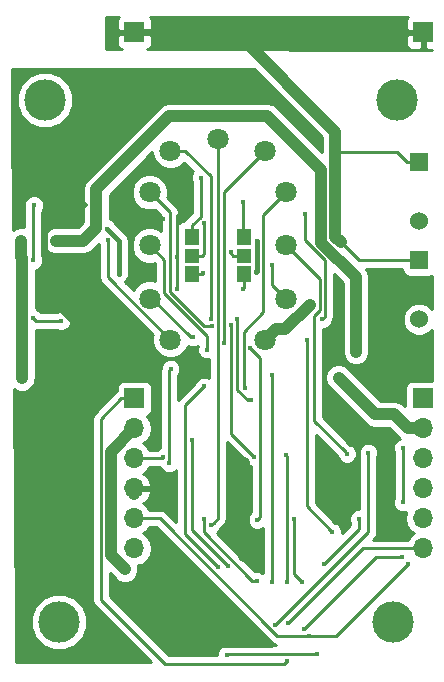
<source format=gtl>
%TF.GenerationSoftware,KiCad,Pcbnew,4.0.7*%
%TF.CreationDate,2017-11-22T17:51:59+08:00*%
%TF.ProjectId,NixieTube_QS27,4E69786965547562655F515332372E6B,rev?*%
%TF.FileFunction,Copper,L1,Top,Signal*%
%FSLAX46Y46*%
G04 Gerber Fmt 4.6, Leading zero omitted, Abs format (unit mm)*
G04 Created by KiCad (PCBNEW 4.0.7) date 11/22/17 17:51:59*
%MOMM*%
%LPD*%
G01*
G04 APERTURE LIST*
%ADD10C,0.100000*%
%ADD11R,1.300000X1.200000*%
%ADD12R,1.300000X1.400000*%
%ADD13C,3.500000*%
%ADD14R,1.700000X1.700000*%
%ADD15O,1.700000X1.700000*%
%ADD16R,1.524000X1.524000*%
%ADD17C,1.524000*%
%ADD18C,1.800000*%
%ADD19C,0.453000*%
%ADD20C,1.000000*%
%ADD21C,0.400000*%
%ADD22C,0.500000*%
%ADD23C,0.250000*%
%ADD24C,1.000000*%
%ADD25C,0.400000*%
%ADD26C,0.254000*%
G04 APERTURE END LIST*
D10*
D11*
X15950000Y-20900000D03*
X20350000Y-20900000D03*
D12*
X15950000Y-19300000D03*
X20350000Y-19300000D03*
X15950000Y-22500000D03*
X20350000Y-22500000D03*
D13*
X33030000Y-51900000D03*
X4700000Y-51900000D03*
X3500000Y-7700000D03*
X33300000Y-7700000D03*
D14*
X11100000Y-33000000D03*
D15*
X11100000Y-35540000D03*
X11100000Y-38080000D03*
X11100000Y-40620000D03*
X11100000Y-43160000D03*
X11100000Y-45700000D03*
D14*
X35500000Y-33000000D03*
D15*
X35500000Y-35540000D03*
X35500000Y-38080000D03*
X35500000Y-40620000D03*
X35500000Y-43160000D03*
X35500000Y-45700000D03*
D14*
X35550000Y-2000000D03*
X11100000Y-2000000D03*
D16*
X35150000Y-12950000D03*
D17*
X35150000Y-17950000D03*
D16*
X35200000Y-21300000D03*
D17*
X35200000Y-26300000D03*
D18*
X23893155Y-15535798D03*
X23893155Y-20035798D03*
X23893155Y-24535798D03*
X12393155Y-15535798D03*
X12393155Y-20035798D03*
X12393155Y-24535798D03*
X14143155Y-12035798D03*
X22143155Y-12035798D03*
X14143155Y-28035798D03*
X22143155Y-28035798D03*
X18143155Y-11035798D03*
D19*
X13555976Y-17839930D03*
X17475000Y-54325000D03*
X16300000Y-47700000D03*
X9700000Y-17750000D03*
X14700000Y-21000000D03*
X15000000Y-17200000D03*
X14700000Y-23700000D03*
X7100000Y-32800000D03*
D20*
X27400000Y-40898000D03*
X27400000Y-38350000D03*
D19*
X6343028Y-29116972D03*
X4700000Y-18050000D03*
D21*
X6900000Y-16600004D03*
X4950000Y-16599979D03*
D20*
X20350000Y-40350000D03*
X20350000Y-46350000D03*
X20350000Y-38500000D03*
D19*
X3800000Y-24300000D03*
X22780010Y-53868490D03*
X18934000Y-54696000D03*
D20*
X29856000Y-29041982D03*
D21*
X21423562Y-22276010D03*
X21474000Y-19644000D03*
D20*
X1575000Y-31275000D03*
D19*
X26566536Y-54600000D03*
D20*
X4450000Y-19650008D03*
D19*
X24700000Y-11450000D03*
D20*
X1523487Y-19650000D03*
D19*
X1600000Y-27656500D03*
D21*
X20299990Y-23700000D03*
D19*
X17013242Y-18100000D03*
D21*
X16935407Y-22350011D03*
X24100000Y-52050000D03*
X25900000Y-53099994D03*
X34240000Y-47050000D03*
X13532248Y-37984650D03*
D20*
X28579021Y-19776001D03*
D19*
X28950000Y-2650000D03*
X19700000Y-2000000D03*
X14850000Y-1200000D03*
X28840000Y-1975000D03*
X31380000Y-1975000D03*
X32650000Y-1975000D03*
X13600000Y-2000000D03*
X14870000Y-2000000D03*
D20*
X25950000Y-25049992D03*
D21*
X8778000Y-18628000D03*
X9790000Y-22438000D03*
X22744000Y-21676000D03*
X8859728Y-19558272D03*
X16030000Y-27810000D03*
X25670000Y-28070000D03*
X27824000Y-44282000D03*
X20900020Y-28749990D03*
X21474000Y-43266000D03*
X17243028Y-28856211D03*
X19275022Y-26760020D03*
X21220000Y-37932000D03*
X17628843Y-26831178D03*
X20966000Y-33106000D03*
X19820000Y-26260000D03*
X17561034Y-26235010D03*
X17599994Y-43700000D03*
X18700000Y-28331201D03*
X14159225Y-30467968D03*
X14057258Y-38490742D03*
X20450009Y-32090000D03*
X29094000Y-37678000D03*
X23014625Y-52172147D03*
X30910000Y-37590000D03*
X23900000Y-37800000D03*
X24000022Y-48550000D03*
X18141404Y-47231404D03*
X17000000Y-31980000D03*
X25270012Y-48550000D03*
X24567762Y-43216825D03*
X27120000Y-47020000D03*
X30120000Y-43190000D03*
X15950000Y-36550000D03*
X19036951Y-47200433D03*
D19*
X2600000Y-16650000D03*
X2526510Y-21288180D03*
D21*
X21460016Y-48450000D03*
X16950000Y-43200000D03*
X22775000Y-30974998D03*
X22730022Y-48550000D03*
X27020000Y-26300000D03*
D19*
X25550000Y-17400000D03*
D20*
X28395010Y-31250000D03*
X10299996Y-47475000D03*
D21*
X33107919Y-34350000D03*
X33714990Y-46430464D03*
D19*
X24025847Y-55247510D03*
D21*
X33800000Y-37199998D03*
X33800000Y-41800000D03*
X25482722Y-52490736D03*
X4900021Y-26434673D03*
X2500010Y-26182780D03*
X16700000Y-14300000D03*
X20300000Y-16400000D03*
D19*
X19255489Y-20600000D03*
D22*
X22459691Y-53868490D02*
X22780010Y-53868490D01*
X17931510Y-53868490D02*
X22459691Y-53868490D01*
X17475000Y-54325000D02*
X17931510Y-53868490D01*
D23*
X9700000Y-17750000D02*
X13466046Y-17750000D01*
X13466046Y-17750000D02*
X13555976Y-17839930D01*
D22*
X16300000Y-50620000D02*
X16300000Y-47700000D01*
X18589990Y-52909990D02*
X16300000Y-50620000D01*
D23*
X14700000Y-23700000D02*
X14700000Y-21000000D01*
X14700000Y-21000000D02*
X14700000Y-17500000D01*
X14700000Y-17500000D02*
X15000000Y-17200000D01*
D22*
X7100000Y-32800000D02*
X7100000Y-29873944D01*
X7100000Y-29873944D02*
X6343028Y-29116972D01*
X18589990Y-52909990D02*
X21821510Y-52909990D01*
X21821510Y-52909990D02*
X22780010Y-53868490D01*
D24*
X27400000Y-38350000D02*
X27400000Y-40898000D01*
D22*
X4379681Y-18050000D02*
X3499999Y-18929682D01*
X4700000Y-18050000D02*
X4379681Y-18050000D01*
X3499999Y-23999999D02*
X3800000Y-24300000D01*
X3499999Y-18929682D02*
X3499999Y-23999999D01*
X6343028Y-26843028D02*
X6343028Y-29116972D01*
X3800000Y-24300000D02*
X6343028Y-26843028D01*
X4950000Y-16599979D02*
X6899975Y-16599979D01*
X6899975Y-16599979D02*
X6900000Y-16600004D01*
D24*
X20350000Y-38500000D02*
X20350000Y-40350000D01*
X20350000Y-40350000D02*
X20350000Y-46350000D01*
X11100000Y-41075000D02*
X11100000Y-40630000D01*
D23*
X26566536Y-54600000D02*
X19030000Y-54600000D01*
X19030000Y-54600000D02*
X18934000Y-54696000D01*
D24*
X29856000Y-28334876D02*
X29856000Y-29041982D01*
X29856000Y-22750050D02*
X29856000Y-28334876D01*
X26899991Y-19794041D02*
X29856000Y-22750050D01*
X26899991Y-13649991D02*
X26899991Y-19794041D01*
X24700000Y-11450000D02*
X26899991Y-13649991D01*
X5157106Y-19650008D02*
X4450000Y-19650008D01*
X6757098Y-19650008D02*
X5157106Y-19650008D01*
X7877991Y-15272009D02*
X7877991Y-18529115D01*
X14050000Y-9100000D02*
X7877991Y-15272009D01*
X22350000Y-9100000D02*
X14050000Y-9100000D01*
X24700000Y-11450000D02*
X22350000Y-9100000D01*
X7877991Y-18529115D02*
X6757098Y-19650008D01*
D25*
X21474000Y-22225572D02*
X21423562Y-22276010D01*
X21474000Y-19644000D02*
X21474000Y-22225572D01*
D24*
X1600000Y-27656500D02*
X1600000Y-31250000D01*
X1600000Y-31250000D02*
X1575000Y-31275000D01*
X1523487Y-21056987D02*
X1523487Y-19650000D01*
X1600000Y-21133500D02*
X1523487Y-21056987D01*
X1600000Y-27656500D02*
X1600000Y-21133500D01*
D23*
X20350000Y-22500000D02*
X20350000Y-23649990D01*
X20350000Y-23649990D02*
X20299990Y-23700000D01*
X17013242Y-20736758D02*
X17013242Y-18420319D01*
X17013242Y-18420319D02*
X17013242Y-18100000D01*
X15950000Y-20900000D02*
X16850000Y-20900000D01*
X16850000Y-20900000D02*
X17013242Y-20736758D01*
X16300000Y-20900000D02*
X15950000Y-20900000D01*
X16850000Y-22500000D02*
X16935407Y-22414593D01*
X16935407Y-22414593D02*
X16935407Y-22350011D01*
X15950000Y-22500000D02*
X16850000Y-22500000D01*
X30450000Y-45700000D02*
X24100000Y-52050000D01*
X35500000Y-45700000D02*
X30450000Y-45700000D01*
X23199994Y-53099994D02*
X25900000Y-53099994D01*
X28190006Y-53099994D02*
X25900000Y-53099994D01*
X13260000Y-43160000D02*
X23199994Y-53099994D01*
X34240000Y-47050000D02*
X28190006Y-53099994D01*
X11100000Y-43160000D02*
X13260000Y-43160000D01*
X13436898Y-38080000D02*
X13532248Y-37984650D01*
X11100000Y-38080000D02*
X13436898Y-38080000D01*
X30103020Y-21300000D02*
X29079020Y-20276000D01*
D24*
X28100001Y-19296981D02*
X28579021Y-19776001D01*
D23*
X35200000Y-21300000D02*
X30103020Y-21300000D01*
D24*
X28100001Y-12100001D02*
X28100001Y-19296981D01*
D23*
X29079020Y-20276000D02*
X28579021Y-19776001D01*
D24*
X28100001Y-12100001D02*
X28100001Y-10400001D01*
X28100001Y-10400001D02*
X19700000Y-2000000D01*
D23*
X35150000Y-12950000D02*
X34138000Y-12950000D01*
X34138000Y-12950000D02*
X33288001Y-12100001D01*
X33288001Y-12100001D02*
X28100001Y-12100001D01*
D22*
X15876499Y-1926499D02*
X15950000Y-2000000D01*
X15950000Y-2000000D02*
X19700000Y-2000000D01*
X15576499Y-1926499D02*
X14850000Y-1200000D01*
X14870000Y-1220000D02*
X14850000Y-1200000D01*
X15876499Y-1926499D02*
X15576499Y-1926499D01*
X14870000Y-2000000D02*
X14870000Y-1220000D01*
X13600000Y-2000000D02*
X11100000Y-2000000D01*
X14870000Y-2000000D02*
X13600000Y-2000000D01*
X25771841Y-24981841D02*
X25839992Y-25049992D01*
D24*
X23043154Y-27135799D02*
X23864193Y-27135799D01*
X23864193Y-27135799D02*
X25950000Y-25049992D01*
X22143155Y-28035798D02*
X23043154Y-27135799D01*
D22*
X25839992Y-25049992D02*
X25950000Y-25049992D01*
D25*
X9790000Y-22438000D02*
X9790000Y-19640000D01*
X9790000Y-19640000D02*
X8778000Y-18628000D01*
D23*
X22744000Y-23386643D02*
X22744000Y-21676000D01*
X23893155Y-24535798D02*
X22744000Y-23386643D01*
X8859728Y-22752371D02*
X8859728Y-19841114D01*
X8859728Y-19841114D02*
X8859728Y-19558272D01*
X14143155Y-28035798D02*
X8859728Y-22752371D01*
X12393155Y-24535798D02*
X12575798Y-24535798D01*
X12575798Y-24535798D02*
X15850000Y-27810000D01*
X15850000Y-27810000D02*
X16030000Y-27810000D01*
X25670000Y-28352842D02*
X25670000Y-28070000D01*
X27824000Y-44282000D02*
X25670000Y-42128000D01*
X25670000Y-42128000D02*
X25670000Y-28352842D01*
X21745001Y-29594971D02*
X21100019Y-28949989D01*
X21745001Y-42994999D02*
X21745001Y-29594971D01*
X21474000Y-43266000D02*
X21745001Y-42994999D01*
X21100019Y-28949989D02*
X20900020Y-28749990D01*
X17243028Y-28573369D02*
X17243028Y-28856211D01*
X17243028Y-27733438D02*
X17243028Y-28573369D01*
X13618156Y-24108566D02*
X17243028Y-27733438D01*
X12393155Y-20035798D02*
X13618156Y-21260799D01*
X13618156Y-21260799D02*
X13618156Y-24108566D01*
X19275022Y-35987022D02*
X19275022Y-27042862D01*
X21220000Y-37932000D02*
X19275022Y-35987022D01*
X19275022Y-27042862D02*
X19275022Y-26760020D01*
X17346001Y-26831178D02*
X17628843Y-26831178D01*
X14108000Y-23962000D02*
X16977178Y-26831178D01*
X16977178Y-26831178D02*
X17346001Y-26831178D01*
X14108000Y-17250643D02*
X14108000Y-23962000D01*
X12393155Y-15535798D02*
X14108000Y-17250643D01*
X19820000Y-32242842D02*
X19820000Y-26542842D01*
X20683158Y-33106000D02*
X19820000Y-32242842D01*
X20966000Y-33106000D02*
X20683158Y-33106000D01*
X19820000Y-26542842D02*
X19820000Y-26260000D01*
X17561034Y-25952168D02*
X17561034Y-26235010D01*
X17564752Y-25948450D02*
X17561034Y-25952168D01*
X14143155Y-12035798D02*
X15415947Y-12035798D01*
X17564752Y-14184603D02*
X17564752Y-25948450D01*
X15415947Y-12035798D02*
X17564752Y-14184603D01*
X18143155Y-11035798D02*
X18153844Y-11046487D01*
X18149987Y-43150007D02*
X17799993Y-43500001D01*
X18153844Y-11046487D02*
X18153844Y-27083179D01*
X18153844Y-27083179D02*
X18149987Y-27087036D01*
X18149987Y-27087036D02*
X18149987Y-43150007D01*
X17799993Y-43500001D02*
X17599994Y-43700000D01*
X18700000Y-15478953D02*
X18700000Y-28048359D01*
X22143155Y-12035798D02*
X18700000Y-15478953D01*
X18700000Y-28048359D02*
X18700000Y-28331201D01*
X14057258Y-38490742D02*
X14057258Y-30569935D01*
X14057258Y-30569935D02*
X14159225Y-30467968D01*
X20375010Y-27331986D02*
X20375010Y-32015001D01*
X23893155Y-15535798D02*
X21999001Y-17429952D01*
X21999001Y-25707995D02*
X20375010Y-27331986D01*
X20375010Y-32015001D02*
X20450009Y-32090000D01*
X21999001Y-17429952D02*
X21999001Y-25707995D01*
X26299998Y-34883998D02*
X28894001Y-37478001D01*
X26299998Y-25985001D02*
X26299998Y-34883998D01*
X23893155Y-20035798D02*
X26775001Y-22917644D01*
X26775001Y-22917644D02*
X26775001Y-25509998D01*
X26775001Y-25509998D02*
X26299998Y-25985001D01*
X28894001Y-37478001D02*
X29094000Y-37678000D01*
X30910000Y-37590000D02*
X30910000Y-44276772D01*
X30910000Y-44276772D02*
X23014625Y-52172147D01*
X24000022Y-37900022D02*
X23900000Y-37800000D01*
X24000022Y-48550000D02*
X24000022Y-37900022D01*
X15395055Y-33584945D02*
X15395055Y-44485055D01*
X17000000Y-31980000D02*
X15395055Y-33584945D01*
X15395055Y-44485055D02*
X18141404Y-47231404D01*
X24567762Y-47847750D02*
X25270012Y-48550000D01*
X24567762Y-43216825D02*
X24567762Y-47847750D01*
X27319999Y-46820001D02*
X27120000Y-47020000D01*
X30120000Y-44020000D02*
X27319999Y-46820001D01*
X30120000Y-43190000D02*
X30120000Y-44020000D01*
X15950000Y-44113482D02*
X15950000Y-36550000D01*
X19036951Y-47200433D02*
X15950000Y-44113482D01*
X2526510Y-16723490D02*
X2600000Y-16650000D01*
X2526510Y-21288180D02*
X2526510Y-16723490D01*
X21077168Y-48450000D02*
X21460016Y-48450000D01*
X16950000Y-43200000D02*
X16950000Y-44322832D01*
X16950000Y-44322832D02*
X21077168Y-48450000D01*
X22730022Y-31019976D02*
X22775000Y-30974998D01*
X22730022Y-48550000D02*
X22730022Y-31019976D01*
X27219999Y-26100001D02*
X27020000Y-26300000D01*
X25550000Y-17400000D02*
X25550000Y-19610791D01*
X27225012Y-21285803D02*
X27225012Y-26094988D01*
X27225012Y-26094988D02*
X27219999Y-26100001D01*
X25550000Y-19610791D02*
X27225012Y-21285803D01*
D24*
X31495010Y-34350000D02*
X28895009Y-31749999D01*
X33107919Y-34350000D02*
X31495010Y-34350000D01*
X28895009Y-31749999D02*
X28395010Y-31250000D01*
X9100000Y-46275004D02*
X10299996Y-47475000D01*
X11100000Y-35540000D02*
X9100000Y-37540000D01*
X9100000Y-37540000D02*
X9100000Y-46275004D01*
X33107919Y-34350000D02*
X34297919Y-35540000D01*
X34297919Y-35540000D02*
X35500000Y-35540000D01*
D23*
X31542994Y-46430464D02*
X33432148Y-46430464D01*
X25482722Y-52490736D02*
X31542994Y-46430464D01*
X33432148Y-46430464D02*
X33714990Y-46430464D01*
X23771856Y-55501501D02*
X23799348Y-55474009D01*
X11100000Y-33000000D02*
X10000000Y-33000000D01*
X10000000Y-33000000D02*
X8274989Y-34725011D01*
X8274989Y-34725011D02*
X8274989Y-50051729D01*
X8274989Y-50051729D02*
X13724761Y-55501501D01*
X13724761Y-55501501D02*
X23771856Y-55501501D01*
X23799348Y-55474009D02*
X24025847Y-55247510D01*
X33800000Y-41800000D02*
X33800000Y-37199998D01*
X2500010Y-26182780D02*
X2751903Y-26434673D01*
X2751903Y-26434673D02*
X4900021Y-26434673D01*
X16700000Y-17600000D02*
X16700000Y-14300000D01*
X15950000Y-18350000D02*
X16700000Y-17600000D01*
X15950000Y-19300000D02*
X15950000Y-18350000D01*
X16300000Y-18950000D02*
X15950000Y-19300000D01*
X20300000Y-16400000D02*
X20300000Y-19250000D01*
X20300000Y-19250000D02*
X20350000Y-19300000D01*
X19450000Y-20900000D02*
X19255489Y-20705489D01*
X20350000Y-20900000D02*
X19450000Y-20900000D01*
X19255489Y-20705489D02*
X19255489Y-20600000D01*
D26*
G36*
X26965001Y-10870133D02*
X26965001Y-12109869D01*
X23152566Y-8297434D01*
X22965327Y-8172325D01*
X22784346Y-8051397D01*
X22350000Y-7965000D01*
X14050000Y-7965000D01*
X13615654Y-8051397D01*
X13434673Y-8172325D01*
X13247434Y-8297434D01*
X7075425Y-14469443D01*
X6829388Y-14837663D01*
X6742991Y-15272009D01*
X6742991Y-18058983D01*
X6286966Y-18515008D01*
X4450990Y-18515008D01*
X4225225Y-18514811D01*
X3807914Y-18687241D01*
X3488355Y-19006243D01*
X3315197Y-19423252D01*
X3314803Y-19874783D01*
X3487233Y-20292094D01*
X3806235Y-20611653D01*
X4223244Y-20784811D01*
X4674775Y-20785205D01*
X4675252Y-20785008D01*
X6757098Y-20785008D01*
X7191444Y-20698611D01*
X7559664Y-20452574D01*
X8099728Y-19912510D01*
X8099728Y-22752371D01*
X8157580Y-23043210D01*
X8322327Y-23289772D01*
X12653389Y-27620834D01*
X12608422Y-27729128D01*
X12607890Y-28339789D01*
X12841087Y-28904169D01*
X13272512Y-29336349D01*
X13836485Y-29570531D01*
X14447146Y-29571063D01*
X15011526Y-29337866D01*
X15443706Y-28906441D01*
X15598041Y-28534760D01*
X15863179Y-28644855D01*
X16195363Y-28645145D01*
X16474424Y-28529840D01*
X16408173Y-28689390D01*
X16407883Y-29021574D01*
X16534736Y-29328583D01*
X16769421Y-29563677D01*
X17076207Y-29691066D01*
X17389987Y-29691340D01*
X17389987Y-31237812D01*
X17166821Y-31145145D01*
X16834637Y-31144855D01*
X16527628Y-31271708D01*
X16292534Y-31506393D01*
X16217071Y-31688127D01*
X14857654Y-33047544D01*
X14817258Y-33108001D01*
X14817258Y-30990922D01*
X14866691Y-30941575D01*
X14994080Y-30634789D01*
X14994370Y-30302605D01*
X14867517Y-29995596D01*
X14632832Y-29760502D01*
X14326046Y-29633113D01*
X13993862Y-29632823D01*
X13686853Y-29759676D01*
X13451759Y-29994361D01*
X13324370Y-30301147D01*
X13324254Y-30434219D01*
X13297258Y-30569935D01*
X13297258Y-37178274D01*
X13059876Y-37276358D01*
X13016158Y-37320000D01*
X12372954Y-37320000D01*
X12179147Y-37029946D01*
X11849974Y-36810000D01*
X12179147Y-36590054D01*
X12501054Y-36108285D01*
X12614093Y-35540000D01*
X12501054Y-34971715D01*
X12179147Y-34489946D01*
X12137548Y-34462150D01*
X12185317Y-34453162D01*
X12401441Y-34314090D01*
X12546431Y-34101890D01*
X12597440Y-33850000D01*
X12597440Y-32150000D01*
X12553162Y-31914683D01*
X12414090Y-31698559D01*
X12201890Y-31553569D01*
X11950000Y-31502560D01*
X10250000Y-31502560D01*
X10014683Y-31546838D01*
X9798559Y-31685910D01*
X9653569Y-31898110D01*
X9602560Y-32150000D01*
X9602560Y-32369080D01*
X9462599Y-32462599D01*
X7737588Y-34187610D01*
X7572841Y-34434172D01*
X7514989Y-34725011D01*
X7514989Y-50051729D01*
X7572841Y-50342568D01*
X7737588Y-50589130D01*
X12461458Y-55313000D01*
X1056198Y-55313000D01*
X1037590Y-52372325D01*
X2314587Y-52372325D01*
X2676916Y-53249229D01*
X3347242Y-53920726D01*
X4223513Y-54284585D01*
X5172325Y-54285413D01*
X6049229Y-53923084D01*
X6720726Y-53252758D01*
X7084585Y-52376487D01*
X7085413Y-51427675D01*
X6723084Y-50550771D01*
X6052758Y-49879274D01*
X5176487Y-49515415D01*
X4227675Y-49514587D01*
X3350771Y-49876916D01*
X2679274Y-50547242D01*
X2315415Y-51423513D01*
X2314587Y-52372325D01*
X1037590Y-52372325D01*
X910040Y-32215413D01*
X931235Y-32236645D01*
X1348244Y-32409803D01*
X1799775Y-32410197D01*
X2217086Y-32237767D01*
X2536645Y-31918765D01*
X2609987Y-31742139D01*
X2648603Y-31684346D01*
X2662044Y-31616771D01*
X2709803Y-31501756D01*
X2709913Y-31376122D01*
X2735000Y-31250000D01*
X2735000Y-27191311D01*
X2751903Y-27194673D01*
X4552930Y-27194673D01*
X4733200Y-27269528D01*
X5065384Y-27269818D01*
X5372393Y-27142965D01*
X5607487Y-26908280D01*
X5734876Y-26601494D01*
X5735166Y-26269310D01*
X5608313Y-25962301D01*
X5373628Y-25727207D01*
X5066842Y-25599818D01*
X4734658Y-25599528D01*
X4552792Y-25674673D01*
X3172629Y-25674673D01*
X2973617Y-25475314D01*
X2735000Y-25376231D01*
X2735000Y-22134178D01*
X3013873Y-22018950D01*
X3256428Y-21776818D01*
X3387860Y-21460295D01*
X3388159Y-21117569D01*
X3286510Y-20871559D01*
X3286510Y-17181970D01*
X3329918Y-17138638D01*
X3461350Y-16822115D01*
X3461649Y-16479389D01*
X3330770Y-16162637D01*
X3088638Y-15920082D01*
X2772115Y-15788650D01*
X2429389Y-15788351D01*
X2112637Y-15919230D01*
X1870082Y-16161362D01*
X1738650Y-16477885D01*
X1738351Y-16820611D01*
X1766510Y-16888761D01*
X1766510Y-18521952D01*
X1750243Y-18515197D01*
X1298712Y-18514803D01*
X881401Y-18687233D01*
X824793Y-18743742D01*
X757899Y-8172325D01*
X1114587Y-8172325D01*
X1476916Y-9049229D01*
X2147242Y-9720726D01*
X3023513Y-10084585D01*
X3972325Y-10085413D01*
X4849229Y-9723084D01*
X5520726Y-9052758D01*
X5884585Y-8176487D01*
X5885413Y-7227675D01*
X5523084Y-6350771D01*
X4852758Y-5679274D01*
X3976487Y-5315415D01*
X3027675Y-5314587D01*
X2150771Y-5676916D01*
X1479274Y-6347242D01*
X1115415Y-7223513D01*
X1114587Y-8172325D01*
X757899Y-8172325D01*
X738628Y-5127000D01*
X21221868Y-5127000D01*
X26965001Y-10870133D01*
X26965001Y-10870133D01*
G37*
X26965001Y-10870133D02*
X26965001Y-12109869D01*
X23152566Y-8297434D01*
X22965327Y-8172325D01*
X22784346Y-8051397D01*
X22350000Y-7965000D01*
X14050000Y-7965000D01*
X13615654Y-8051397D01*
X13434673Y-8172325D01*
X13247434Y-8297434D01*
X7075425Y-14469443D01*
X6829388Y-14837663D01*
X6742991Y-15272009D01*
X6742991Y-18058983D01*
X6286966Y-18515008D01*
X4450990Y-18515008D01*
X4225225Y-18514811D01*
X3807914Y-18687241D01*
X3488355Y-19006243D01*
X3315197Y-19423252D01*
X3314803Y-19874783D01*
X3487233Y-20292094D01*
X3806235Y-20611653D01*
X4223244Y-20784811D01*
X4674775Y-20785205D01*
X4675252Y-20785008D01*
X6757098Y-20785008D01*
X7191444Y-20698611D01*
X7559664Y-20452574D01*
X8099728Y-19912510D01*
X8099728Y-22752371D01*
X8157580Y-23043210D01*
X8322327Y-23289772D01*
X12653389Y-27620834D01*
X12608422Y-27729128D01*
X12607890Y-28339789D01*
X12841087Y-28904169D01*
X13272512Y-29336349D01*
X13836485Y-29570531D01*
X14447146Y-29571063D01*
X15011526Y-29337866D01*
X15443706Y-28906441D01*
X15598041Y-28534760D01*
X15863179Y-28644855D01*
X16195363Y-28645145D01*
X16474424Y-28529840D01*
X16408173Y-28689390D01*
X16407883Y-29021574D01*
X16534736Y-29328583D01*
X16769421Y-29563677D01*
X17076207Y-29691066D01*
X17389987Y-29691340D01*
X17389987Y-31237812D01*
X17166821Y-31145145D01*
X16834637Y-31144855D01*
X16527628Y-31271708D01*
X16292534Y-31506393D01*
X16217071Y-31688127D01*
X14857654Y-33047544D01*
X14817258Y-33108001D01*
X14817258Y-30990922D01*
X14866691Y-30941575D01*
X14994080Y-30634789D01*
X14994370Y-30302605D01*
X14867517Y-29995596D01*
X14632832Y-29760502D01*
X14326046Y-29633113D01*
X13993862Y-29632823D01*
X13686853Y-29759676D01*
X13451759Y-29994361D01*
X13324370Y-30301147D01*
X13324254Y-30434219D01*
X13297258Y-30569935D01*
X13297258Y-37178274D01*
X13059876Y-37276358D01*
X13016158Y-37320000D01*
X12372954Y-37320000D01*
X12179147Y-37029946D01*
X11849974Y-36810000D01*
X12179147Y-36590054D01*
X12501054Y-36108285D01*
X12614093Y-35540000D01*
X12501054Y-34971715D01*
X12179147Y-34489946D01*
X12137548Y-34462150D01*
X12185317Y-34453162D01*
X12401441Y-34314090D01*
X12546431Y-34101890D01*
X12597440Y-33850000D01*
X12597440Y-32150000D01*
X12553162Y-31914683D01*
X12414090Y-31698559D01*
X12201890Y-31553569D01*
X11950000Y-31502560D01*
X10250000Y-31502560D01*
X10014683Y-31546838D01*
X9798559Y-31685910D01*
X9653569Y-31898110D01*
X9602560Y-32150000D01*
X9602560Y-32369080D01*
X9462599Y-32462599D01*
X7737588Y-34187610D01*
X7572841Y-34434172D01*
X7514989Y-34725011D01*
X7514989Y-50051729D01*
X7572841Y-50342568D01*
X7737588Y-50589130D01*
X12461458Y-55313000D01*
X1056198Y-55313000D01*
X1037590Y-52372325D01*
X2314587Y-52372325D01*
X2676916Y-53249229D01*
X3347242Y-53920726D01*
X4223513Y-54284585D01*
X5172325Y-54285413D01*
X6049229Y-53923084D01*
X6720726Y-53252758D01*
X7084585Y-52376487D01*
X7085413Y-51427675D01*
X6723084Y-50550771D01*
X6052758Y-49879274D01*
X5176487Y-49515415D01*
X4227675Y-49514587D01*
X3350771Y-49876916D01*
X2679274Y-50547242D01*
X2315415Y-51423513D01*
X2314587Y-52372325D01*
X1037590Y-52372325D01*
X910040Y-32215413D01*
X931235Y-32236645D01*
X1348244Y-32409803D01*
X1799775Y-32410197D01*
X2217086Y-32237767D01*
X2536645Y-31918765D01*
X2609987Y-31742139D01*
X2648603Y-31684346D01*
X2662044Y-31616771D01*
X2709803Y-31501756D01*
X2709913Y-31376122D01*
X2735000Y-31250000D01*
X2735000Y-27191311D01*
X2751903Y-27194673D01*
X4552930Y-27194673D01*
X4733200Y-27269528D01*
X5065384Y-27269818D01*
X5372393Y-27142965D01*
X5607487Y-26908280D01*
X5734876Y-26601494D01*
X5735166Y-26269310D01*
X5608313Y-25962301D01*
X5373628Y-25727207D01*
X5066842Y-25599818D01*
X4734658Y-25599528D01*
X4552792Y-25674673D01*
X3172629Y-25674673D01*
X2973617Y-25475314D01*
X2735000Y-25376231D01*
X2735000Y-22134178D01*
X3013873Y-22018950D01*
X3256428Y-21776818D01*
X3387860Y-21460295D01*
X3388159Y-21117569D01*
X3286510Y-20871559D01*
X3286510Y-17181970D01*
X3329918Y-17138638D01*
X3461350Y-16822115D01*
X3461649Y-16479389D01*
X3330770Y-16162637D01*
X3088638Y-15920082D01*
X2772115Y-15788650D01*
X2429389Y-15788351D01*
X2112637Y-15919230D01*
X1870082Y-16161362D01*
X1738650Y-16477885D01*
X1738351Y-16820611D01*
X1766510Y-16888761D01*
X1766510Y-18521952D01*
X1750243Y-18515197D01*
X1298712Y-18514803D01*
X881401Y-18687233D01*
X824793Y-18743742D01*
X757899Y-8172325D01*
X1114587Y-8172325D01*
X1476916Y-9049229D01*
X2147242Y-9720726D01*
X3023513Y-10084585D01*
X3972325Y-10085413D01*
X4849229Y-9723084D01*
X5520726Y-9052758D01*
X5884585Y-8176487D01*
X5885413Y-7227675D01*
X5523084Y-6350771D01*
X4852758Y-5679274D01*
X3976487Y-5315415D01*
X3027675Y-5314587D01*
X2150771Y-5676916D01*
X1479274Y-6347242D01*
X1115415Y-7223513D01*
X1114587Y-8172325D01*
X757899Y-8172325D01*
X738628Y-5127000D01*
X21221868Y-5127000D01*
X26965001Y-10870133D01*
G36*
X22662593Y-53637395D02*
X22909154Y-53802142D01*
X23099478Y-53840000D01*
X19118999Y-53840000D01*
X19106115Y-53834650D01*
X18763389Y-53834351D01*
X18446637Y-53965230D01*
X18204082Y-54207362D01*
X18072650Y-54523885D01*
X18072460Y-54741501D01*
X14039563Y-54741501D01*
X9034989Y-49736927D01*
X9034989Y-47815125D01*
X9497016Y-48277152D01*
X9656231Y-48436645D01*
X10073240Y-48609803D01*
X10524771Y-48610197D01*
X10734341Y-48523604D01*
X10734342Y-48523604D01*
X10734343Y-48523603D01*
X10942082Y-48437767D01*
X11261641Y-48118765D01*
X11434799Y-47701756D01*
X11435193Y-47250225D01*
X11387042Y-47133691D01*
X11697378Y-47071961D01*
X12179147Y-46750054D01*
X12501054Y-46268285D01*
X12614093Y-45700000D01*
X12501054Y-45131715D01*
X12179147Y-44649946D01*
X11849974Y-44430000D01*
X12179147Y-44210054D01*
X12372954Y-43920000D01*
X12945198Y-43920000D01*
X22662593Y-53637395D01*
X22662593Y-53637395D01*
G37*
X22662593Y-53637395D02*
X22909154Y-53802142D01*
X23099478Y-53840000D01*
X19118999Y-53840000D01*
X19106115Y-53834650D01*
X18763389Y-53834351D01*
X18446637Y-53965230D01*
X18204082Y-54207362D01*
X18072650Y-54523885D01*
X18072460Y-54741501D01*
X14039563Y-54741501D01*
X9034989Y-49736927D01*
X9034989Y-47815125D01*
X9497016Y-48277152D01*
X9656231Y-48436645D01*
X10073240Y-48609803D01*
X10524771Y-48610197D01*
X10734341Y-48523604D01*
X10734342Y-48523604D01*
X10734343Y-48523603D01*
X10942082Y-48437767D01*
X11261641Y-48118765D01*
X11434799Y-47701756D01*
X11435193Y-47250225D01*
X11387042Y-47133691D01*
X11697378Y-47071961D01*
X12179147Y-46750054D01*
X12501054Y-46268285D01*
X12614093Y-45700000D01*
X12501054Y-45131715D01*
X12179147Y-44649946D01*
X11849974Y-44430000D01*
X12179147Y-44210054D01*
X12372954Y-43920000D01*
X12945198Y-43920000D01*
X22662593Y-53637395D01*
G36*
X20437168Y-38223970D02*
X20511708Y-38404372D01*
X20746393Y-38639466D01*
X20985001Y-38738545D01*
X20985001Y-42574306D01*
X20766534Y-42792393D01*
X20639145Y-43099179D01*
X20638855Y-43431363D01*
X20765708Y-43738372D01*
X21000393Y-43973466D01*
X21307179Y-44100855D01*
X21639363Y-44101145D01*
X21946372Y-43974292D01*
X21970022Y-43950683D01*
X21970022Y-47778996D01*
X21933623Y-47742534D01*
X21626837Y-47615145D01*
X21316844Y-47614874D01*
X18091330Y-44389360D01*
X18307460Y-44173607D01*
X18382923Y-43991873D01*
X18687388Y-43687408D01*
X18852135Y-43440847D01*
X18909987Y-43150007D01*
X18909987Y-36696789D01*
X20437168Y-38223970D01*
X20437168Y-38223970D01*
G37*
X20437168Y-38223970D02*
X20511708Y-38404372D01*
X20746393Y-38639466D01*
X20985001Y-38738545D01*
X20985001Y-42574306D01*
X20766534Y-42792393D01*
X20639145Y-43099179D01*
X20638855Y-43431363D01*
X20765708Y-43738372D01*
X21000393Y-43973466D01*
X21307179Y-44100855D01*
X21639363Y-44101145D01*
X21946372Y-43974292D01*
X21970022Y-43950683D01*
X21970022Y-47778996D01*
X21933623Y-47742534D01*
X21626837Y-47615145D01*
X21316844Y-47614874D01*
X18091330Y-44389360D01*
X18307460Y-44173607D01*
X18382923Y-43991873D01*
X18687388Y-43687408D01*
X18852135Y-43440847D01*
X18909987Y-43150007D01*
X18909987Y-36696789D01*
X20437168Y-38223970D01*
G36*
X33790560Y-22062000D02*
X33834838Y-22297317D01*
X33973910Y-22513441D01*
X34186110Y-22658431D01*
X34438000Y-22709440D01*
X35962000Y-22709440D01*
X36197317Y-22665162D01*
X36290000Y-22605522D01*
X36290000Y-25414521D01*
X35992370Y-25116371D01*
X35479100Y-24903243D01*
X34923339Y-24902758D01*
X34409697Y-25114990D01*
X34016371Y-25507630D01*
X33803243Y-26020900D01*
X33802758Y-26576661D01*
X34014990Y-27090303D01*
X34407630Y-27483629D01*
X34920900Y-27696757D01*
X35476661Y-27697242D01*
X35990303Y-27485010D01*
X36290000Y-27185836D01*
X36290000Y-31502560D01*
X34650000Y-31502560D01*
X34414683Y-31546838D01*
X34198559Y-31685910D01*
X34053569Y-31898110D01*
X34002560Y-32150000D01*
X34002560Y-33639509D01*
X33910485Y-33547434D01*
X33685105Y-33396840D01*
X33542265Y-33301397D01*
X33107919Y-33215000D01*
X31965142Y-33215000D01*
X29197990Y-30447848D01*
X29038775Y-30288355D01*
X28621766Y-30115197D01*
X28170235Y-30114803D01*
X27752924Y-30287233D01*
X27433365Y-30606235D01*
X27260207Y-31023244D01*
X27259813Y-31474775D01*
X27432243Y-31892086D01*
X27751245Y-32211645D01*
X27751720Y-32211842D01*
X30692444Y-35152566D01*
X31060665Y-35398604D01*
X31495010Y-35485000D01*
X32637787Y-35485000D01*
X33495353Y-36342566D01*
X33569183Y-36391898D01*
X33327628Y-36491706D01*
X33092534Y-36726391D01*
X32965145Y-37033177D01*
X32964855Y-37365361D01*
X33040000Y-37547227D01*
X33040000Y-41452909D01*
X32965145Y-41633179D01*
X32964855Y-41965363D01*
X33091708Y-42272372D01*
X33326393Y-42507466D01*
X33633179Y-42634855D01*
X33965363Y-42635145D01*
X34109805Y-42575463D01*
X34098946Y-42591715D01*
X33985907Y-43160000D01*
X34098946Y-43728285D01*
X34420853Y-44210054D01*
X34750026Y-44430000D01*
X34420853Y-44649946D01*
X34227046Y-44940000D01*
X31321574Y-44940000D01*
X31447401Y-44814173D01*
X31612148Y-44567612D01*
X31621746Y-44519358D01*
X31670000Y-44276772D01*
X31670000Y-37937091D01*
X31744855Y-37756821D01*
X31745145Y-37424637D01*
X31618292Y-37117628D01*
X31383607Y-36882534D01*
X31076821Y-36755145D01*
X30744637Y-36754855D01*
X30437628Y-36881708D01*
X30202534Y-37116393D01*
X30075145Y-37423179D01*
X30074855Y-37755363D01*
X30150000Y-37937229D01*
X30150000Y-42355026D01*
X29954637Y-42354855D01*
X29647628Y-42481708D01*
X29412534Y-42716393D01*
X29285145Y-43023179D01*
X29284855Y-43355363D01*
X29360000Y-43537229D01*
X29360000Y-43705198D01*
X28658892Y-44406306D01*
X28659145Y-44116637D01*
X28532292Y-43809628D01*
X28297607Y-43574534D01*
X28115873Y-43499071D01*
X26430000Y-41813198D01*
X26430000Y-36088802D01*
X28311168Y-37969970D01*
X28385708Y-38150372D01*
X28620393Y-38385466D01*
X28927179Y-38512855D01*
X29259363Y-38513145D01*
X29566372Y-38386292D01*
X29801466Y-38151607D01*
X29928855Y-37844821D01*
X29929145Y-37512637D01*
X29802292Y-37205628D01*
X29567607Y-36970534D01*
X29385873Y-36895071D01*
X27059998Y-34569196D01*
X27059998Y-27135036D01*
X27185363Y-27135145D01*
X27492372Y-27008292D01*
X27727466Y-26773607D01*
X27824998Y-26538723D01*
X27927160Y-26385828D01*
X27950627Y-26267852D01*
X27985012Y-26094988D01*
X27985012Y-22484194D01*
X28721000Y-23220182D01*
X28721000Y-29040829D01*
X28720803Y-29266757D01*
X28893233Y-29684068D01*
X29212235Y-30003627D01*
X29629244Y-30176785D01*
X30080775Y-30177179D01*
X30498086Y-30004749D01*
X30817645Y-29685747D01*
X30990803Y-29268738D01*
X30991197Y-28817207D01*
X30991000Y-28816730D01*
X30991000Y-22750050D01*
X30904603Y-22315704D01*
X30733747Y-22060000D01*
X33790560Y-22060000D01*
X33790560Y-22062000D01*
X33790560Y-22062000D01*
G37*
X33790560Y-22062000D02*
X33834838Y-22297317D01*
X33973910Y-22513441D01*
X34186110Y-22658431D01*
X34438000Y-22709440D01*
X35962000Y-22709440D01*
X36197317Y-22665162D01*
X36290000Y-22605522D01*
X36290000Y-25414521D01*
X35992370Y-25116371D01*
X35479100Y-24903243D01*
X34923339Y-24902758D01*
X34409697Y-25114990D01*
X34016371Y-25507630D01*
X33803243Y-26020900D01*
X33802758Y-26576661D01*
X34014990Y-27090303D01*
X34407630Y-27483629D01*
X34920900Y-27696757D01*
X35476661Y-27697242D01*
X35990303Y-27485010D01*
X36290000Y-27185836D01*
X36290000Y-31502560D01*
X34650000Y-31502560D01*
X34414683Y-31546838D01*
X34198559Y-31685910D01*
X34053569Y-31898110D01*
X34002560Y-32150000D01*
X34002560Y-33639509D01*
X33910485Y-33547434D01*
X33685105Y-33396840D01*
X33542265Y-33301397D01*
X33107919Y-33215000D01*
X31965142Y-33215000D01*
X29197990Y-30447848D01*
X29038775Y-30288355D01*
X28621766Y-30115197D01*
X28170235Y-30114803D01*
X27752924Y-30287233D01*
X27433365Y-30606235D01*
X27260207Y-31023244D01*
X27259813Y-31474775D01*
X27432243Y-31892086D01*
X27751245Y-32211645D01*
X27751720Y-32211842D01*
X30692444Y-35152566D01*
X31060665Y-35398604D01*
X31495010Y-35485000D01*
X32637787Y-35485000D01*
X33495353Y-36342566D01*
X33569183Y-36391898D01*
X33327628Y-36491706D01*
X33092534Y-36726391D01*
X32965145Y-37033177D01*
X32964855Y-37365361D01*
X33040000Y-37547227D01*
X33040000Y-41452909D01*
X32965145Y-41633179D01*
X32964855Y-41965363D01*
X33091708Y-42272372D01*
X33326393Y-42507466D01*
X33633179Y-42634855D01*
X33965363Y-42635145D01*
X34109805Y-42575463D01*
X34098946Y-42591715D01*
X33985907Y-43160000D01*
X34098946Y-43728285D01*
X34420853Y-44210054D01*
X34750026Y-44430000D01*
X34420853Y-44649946D01*
X34227046Y-44940000D01*
X31321574Y-44940000D01*
X31447401Y-44814173D01*
X31612148Y-44567612D01*
X31621746Y-44519358D01*
X31670000Y-44276772D01*
X31670000Y-37937091D01*
X31744855Y-37756821D01*
X31745145Y-37424637D01*
X31618292Y-37117628D01*
X31383607Y-36882534D01*
X31076821Y-36755145D01*
X30744637Y-36754855D01*
X30437628Y-36881708D01*
X30202534Y-37116393D01*
X30075145Y-37423179D01*
X30074855Y-37755363D01*
X30150000Y-37937229D01*
X30150000Y-42355026D01*
X29954637Y-42354855D01*
X29647628Y-42481708D01*
X29412534Y-42716393D01*
X29285145Y-43023179D01*
X29284855Y-43355363D01*
X29360000Y-43537229D01*
X29360000Y-43705198D01*
X28658892Y-44406306D01*
X28659145Y-44116637D01*
X28532292Y-43809628D01*
X28297607Y-43574534D01*
X28115873Y-43499071D01*
X26430000Y-41813198D01*
X26430000Y-36088802D01*
X28311168Y-37969970D01*
X28385708Y-38150372D01*
X28620393Y-38385466D01*
X28927179Y-38512855D01*
X29259363Y-38513145D01*
X29566372Y-38386292D01*
X29801466Y-38151607D01*
X29928855Y-37844821D01*
X29929145Y-37512637D01*
X29802292Y-37205628D01*
X29567607Y-36970534D01*
X29385873Y-36895071D01*
X27059998Y-34569196D01*
X27059998Y-27135036D01*
X27185363Y-27135145D01*
X27492372Y-27008292D01*
X27727466Y-26773607D01*
X27824998Y-26538723D01*
X27927160Y-26385828D01*
X27950627Y-26267852D01*
X27985012Y-26094988D01*
X27985012Y-22484194D01*
X28721000Y-23220182D01*
X28721000Y-29040829D01*
X28720803Y-29266757D01*
X28893233Y-29684068D01*
X29212235Y-30003627D01*
X29629244Y-30176785D01*
X30080775Y-30177179D01*
X30498086Y-30004749D01*
X30817645Y-29685747D01*
X30990803Y-29268738D01*
X30991197Y-28817207D01*
X30991000Y-28816730D01*
X30991000Y-22750050D01*
X30904603Y-22315704D01*
X30733747Y-22060000D01*
X33790560Y-22060000D01*
X33790560Y-22062000D01*
G36*
X13348966Y-38963114D02*
X13583651Y-39198208D01*
X13890437Y-39325597D01*
X14222621Y-39325887D01*
X14529630Y-39199034D01*
X14635055Y-39093792D01*
X14635055Y-43460253D01*
X13797401Y-42622599D01*
X13550839Y-42457852D01*
X13260000Y-42400000D01*
X12372954Y-42400000D01*
X12179147Y-42109946D01*
X11838447Y-41882298D01*
X11981358Y-41815183D01*
X12371645Y-41386924D01*
X12541476Y-40976890D01*
X12420155Y-40747000D01*
X11227000Y-40747000D01*
X11227000Y-40767000D01*
X10973000Y-40767000D01*
X10973000Y-40747000D01*
X10953000Y-40747000D01*
X10953000Y-40493000D01*
X10973000Y-40493000D01*
X10973000Y-40473000D01*
X11227000Y-40473000D01*
X11227000Y-40493000D01*
X12420155Y-40493000D01*
X12541476Y-40263110D01*
X12371645Y-39853076D01*
X11981358Y-39424817D01*
X11838447Y-39357702D01*
X12179147Y-39130054D01*
X12372954Y-38840000D01*
X13298097Y-38840000D01*
X13348966Y-38963114D01*
X13348966Y-38963114D01*
G37*
X13348966Y-38963114D02*
X13583651Y-39198208D01*
X13890437Y-39325597D01*
X14222621Y-39325887D01*
X14529630Y-39199034D01*
X14635055Y-39093792D01*
X14635055Y-43460253D01*
X13797401Y-42622599D01*
X13550839Y-42457852D01*
X13260000Y-42400000D01*
X12372954Y-42400000D01*
X12179147Y-42109946D01*
X11838447Y-41882298D01*
X11981358Y-41815183D01*
X12371645Y-41386924D01*
X12541476Y-40976890D01*
X12420155Y-40747000D01*
X11227000Y-40747000D01*
X11227000Y-40767000D01*
X10973000Y-40767000D01*
X10973000Y-40747000D01*
X10953000Y-40747000D01*
X10953000Y-40493000D01*
X10973000Y-40493000D01*
X10973000Y-40473000D01*
X11227000Y-40473000D01*
X11227000Y-40493000D01*
X12420155Y-40493000D01*
X12541476Y-40263110D01*
X12371645Y-39853076D01*
X11981358Y-39424817D01*
X11838447Y-39357702D01*
X12179147Y-39130054D01*
X12372954Y-38840000D01*
X13298097Y-38840000D01*
X13348966Y-38963114D01*
G36*
X35627000Y-40493000D02*
X35647000Y-40493000D01*
X35647000Y-40747000D01*
X35627000Y-40747000D01*
X35627000Y-40767000D01*
X35373000Y-40767000D01*
X35373000Y-40747000D01*
X35353000Y-40747000D01*
X35353000Y-40493000D01*
X35373000Y-40493000D01*
X35373000Y-40473000D01*
X35627000Y-40473000D01*
X35627000Y-40493000D01*
X35627000Y-40493000D01*
G37*
X35627000Y-40493000D02*
X35647000Y-40493000D01*
X35647000Y-40747000D01*
X35627000Y-40747000D01*
X35627000Y-40767000D01*
X35373000Y-40767000D01*
X35373000Y-40747000D01*
X35353000Y-40747000D01*
X35353000Y-40493000D01*
X35373000Y-40493000D01*
X35373000Y-40473000D01*
X35627000Y-40473000D01*
X35627000Y-40493000D01*
G36*
X12607890Y-12339789D02*
X12841087Y-12904169D01*
X13272512Y-13336349D01*
X13836485Y-13570531D01*
X14447146Y-13571063D01*
X15011526Y-13337866D01*
X15327646Y-13022299D01*
X16062198Y-13756851D01*
X15992534Y-13826393D01*
X15865145Y-14133179D01*
X15864855Y-14465363D01*
X15940000Y-14647229D01*
X15940000Y-17285198D01*
X15412599Y-17812599D01*
X15319080Y-17952560D01*
X15300000Y-17952560D01*
X15064683Y-17996838D01*
X14868000Y-18123400D01*
X14868000Y-17250643D01*
X14810148Y-16959804D01*
X14645401Y-16713242D01*
X13882921Y-15950762D01*
X13927888Y-15842468D01*
X13928420Y-15231807D01*
X13695223Y-14667427D01*
X13263798Y-14235247D01*
X12699825Y-14001065D01*
X12089164Y-14000533D01*
X11524784Y-14233730D01*
X11092604Y-14665155D01*
X10858422Y-15229128D01*
X10857890Y-15839789D01*
X11091087Y-16404169D01*
X11522512Y-16836349D01*
X12086485Y-17070531D01*
X12697146Y-17071063D01*
X12807868Y-17025313D01*
X13348000Y-17565445D01*
X13348000Y-18819596D01*
X13263798Y-18735247D01*
X12699825Y-18501065D01*
X12089164Y-18500533D01*
X11524784Y-18733730D01*
X11092604Y-19165155D01*
X10858422Y-19729128D01*
X10857890Y-20339789D01*
X11091087Y-20904169D01*
X11522512Y-21336349D01*
X12086485Y-21570531D01*
X12697146Y-21571063D01*
X12807868Y-21525313D01*
X12858156Y-21575601D01*
X12858156Y-23066810D01*
X12699825Y-23001065D01*
X12089164Y-23000533D01*
X11524784Y-23233730D01*
X11092604Y-23665155D01*
X11020635Y-23838476D01*
X10295440Y-23113281D01*
X10497466Y-22911607D01*
X10624855Y-22604821D01*
X10625145Y-22272637D01*
X10625000Y-22272286D01*
X10625000Y-19640000D01*
X10561439Y-19320459D01*
X10380434Y-19049566D01*
X9369236Y-18038368D01*
X9251607Y-17920534D01*
X9012991Y-17821452D01*
X9012991Y-15742141D01*
X12608058Y-12147074D01*
X12607890Y-12339789D01*
X12607890Y-12339789D01*
G37*
X12607890Y-12339789D02*
X12841087Y-12904169D01*
X13272512Y-13336349D01*
X13836485Y-13570531D01*
X14447146Y-13571063D01*
X15011526Y-13337866D01*
X15327646Y-13022299D01*
X16062198Y-13756851D01*
X15992534Y-13826393D01*
X15865145Y-14133179D01*
X15864855Y-14465363D01*
X15940000Y-14647229D01*
X15940000Y-17285198D01*
X15412599Y-17812599D01*
X15319080Y-17952560D01*
X15300000Y-17952560D01*
X15064683Y-17996838D01*
X14868000Y-18123400D01*
X14868000Y-17250643D01*
X14810148Y-16959804D01*
X14645401Y-16713242D01*
X13882921Y-15950762D01*
X13927888Y-15842468D01*
X13928420Y-15231807D01*
X13695223Y-14667427D01*
X13263798Y-14235247D01*
X12699825Y-14001065D01*
X12089164Y-14000533D01*
X11524784Y-14233730D01*
X11092604Y-14665155D01*
X10858422Y-15229128D01*
X10857890Y-15839789D01*
X11091087Y-16404169D01*
X11522512Y-16836349D01*
X12086485Y-17070531D01*
X12697146Y-17071063D01*
X12807868Y-17025313D01*
X13348000Y-17565445D01*
X13348000Y-18819596D01*
X13263798Y-18735247D01*
X12699825Y-18501065D01*
X12089164Y-18500533D01*
X11524784Y-18733730D01*
X11092604Y-19165155D01*
X10858422Y-19729128D01*
X10857890Y-20339789D01*
X11091087Y-20904169D01*
X11522512Y-21336349D01*
X12086485Y-21570531D01*
X12697146Y-21571063D01*
X12807868Y-21525313D01*
X12858156Y-21575601D01*
X12858156Y-23066810D01*
X12699825Y-23001065D01*
X12089164Y-23000533D01*
X11524784Y-23233730D01*
X11092604Y-23665155D01*
X11020635Y-23838476D01*
X10295440Y-23113281D01*
X10497466Y-22911607D01*
X10624855Y-22604821D01*
X10625145Y-22272637D01*
X10625000Y-22272286D01*
X10625000Y-19640000D01*
X10561439Y-19320459D01*
X10380434Y-19049566D01*
X9369236Y-18038368D01*
X9251607Y-17920534D01*
X9012991Y-17821452D01*
X9012991Y-15742141D01*
X12608058Y-12147074D01*
X12607890Y-12339789D01*
G36*
X9711673Y-790301D02*
X9615000Y-1023690D01*
X9615000Y-1714250D01*
X9773750Y-1873000D01*
X10973000Y-1873000D01*
X10973000Y-1853000D01*
X11227000Y-1853000D01*
X11227000Y-1873000D01*
X12426250Y-1873000D01*
X12585000Y-1714250D01*
X12585000Y-1023690D01*
X12488327Y-790301D01*
X12408026Y-710000D01*
X34241974Y-710000D01*
X34161673Y-790301D01*
X34065000Y-1023690D01*
X34065000Y-1714250D01*
X34223750Y-1873000D01*
X35423000Y-1873000D01*
X35423000Y-1853000D01*
X35677000Y-1853000D01*
X35677000Y-1873000D01*
X35697000Y-1873000D01*
X35697000Y-2127000D01*
X35677000Y-2127000D01*
X35677000Y-3326250D01*
X35835750Y-3485000D01*
X36290000Y-3485000D01*
X36290000Y-3501583D01*
X12159438Y-3450567D01*
X12309698Y-3388327D01*
X12488327Y-3209699D01*
X12585000Y-2976310D01*
X12585000Y-2285750D01*
X34065000Y-2285750D01*
X34065000Y-2976310D01*
X34161673Y-3209699D01*
X34340302Y-3388327D01*
X34573691Y-3485000D01*
X35264250Y-3485000D01*
X35423000Y-3326250D01*
X35423000Y-2127000D01*
X34223750Y-2127000D01*
X34065000Y-2285750D01*
X12585000Y-2285750D01*
X12426250Y-2127000D01*
X11227000Y-2127000D01*
X11227000Y-2147000D01*
X10973000Y-2147000D01*
X10973000Y-2127000D01*
X9773750Y-2127000D01*
X9615000Y-2285750D01*
X9615000Y-2976310D01*
X9711673Y-3209699D01*
X9890302Y-3388327D01*
X10029692Y-3446064D01*
X8704668Y-3443263D01*
X8653895Y-710000D01*
X9791974Y-710000D01*
X9711673Y-790301D01*
X9711673Y-790301D01*
G37*
X9711673Y-790301D02*
X9615000Y-1023690D01*
X9615000Y-1714250D01*
X9773750Y-1873000D01*
X10973000Y-1873000D01*
X10973000Y-1853000D01*
X11227000Y-1853000D01*
X11227000Y-1873000D01*
X12426250Y-1873000D01*
X12585000Y-1714250D01*
X12585000Y-1023690D01*
X12488327Y-790301D01*
X12408026Y-710000D01*
X34241974Y-710000D01*
X34161673Y-790301D01*
X34065000Y-1023690D01*
X34065000Y-1714250D01*
X34223750Y-1873000D01*
X35423000Y-1873000D01*
X35423000Y-1853000D01*
X35677000Y-1853000D01*
X35677000Y-1873000D01*
X35697000Y-1873000D01*
X35697000Y-2127000D01*
X35677000Y-2127000D01*
X35677000Y-3326250D01*
X35835750Y-3485000D01*
X36290000Y-3485000D01*
X36290000Y-3501583D01*
X12159438Y-3450567D01*
X12309698Y-3388327D01*
X12488327Y-3209699D01*
X12585000Y-2976310D01*
X12585000Y-2285750D01*
X34065000Y-2285750D01*
X34065000Y-2976310D01*
X34161673Y-3209699D01*
X34340302Y-3388327D01*
X34573691Y-3485000D01*
X35264250Y-3485000D01*
X35423000Y-3326250D01*
X35423000Y-2127000D01*
X34223750Y-2127000D01*
X34065000Y-2285750D01*
X12585000Y-2285750D01*
X12426250Y-2127000D01*
X11227000Y-2127000D01*
X11227000Y-2147000D01*
X10973000Y-2147000D01*
X10973000Y-2127000D01*
X9773750Y-2127000D01*
X9615000Y-2285750D01*
X9615000Y-2976310D01*
X9711673Y-3209699D01*
X9890302Y-3388327D01*
X10029692Y-3446064D01*
X8704668Y-3443263D01*
X8653895Y-710000D01*
X9791974Y-710000D01*
X9711673Y-790301D01*
M02*

</source>
